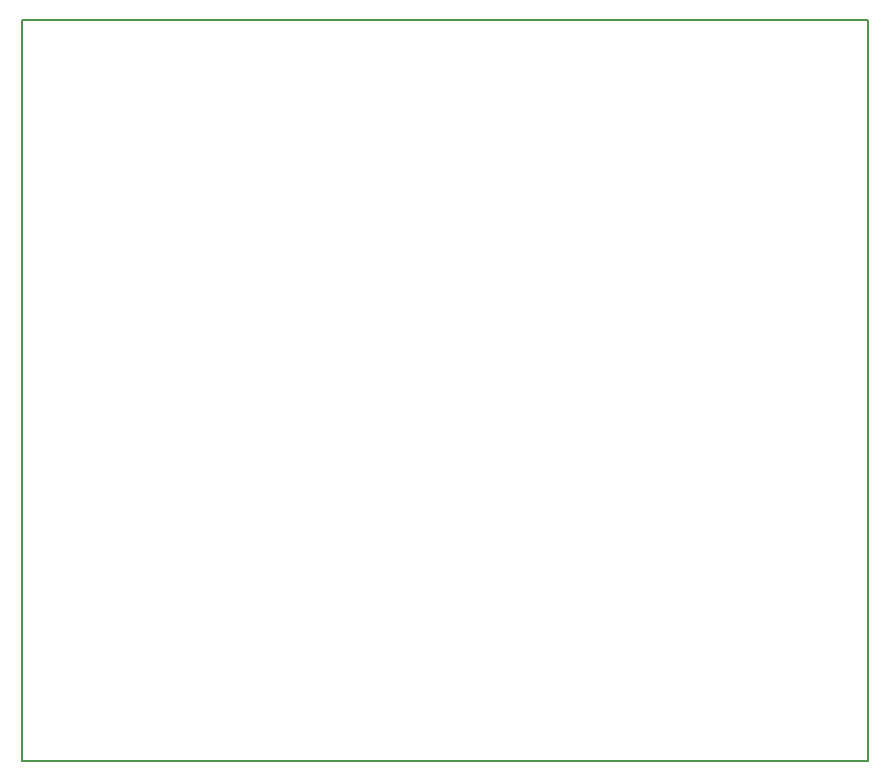
<source format=gm1>
G04 #@! TF.FileFunction,Profile,NP*
%FSLAX46Y46*%
G04 Gerber Fmt 4.6, Leading zero omitted, Abs format (unit mm)*
G04 Created by KiCad (PCBNEW 4.0.2+dfsg1-stable) date ven. 05 janv. 2018 23:18:11 CET*
%MOMM*%
G01*
G04 APERTURE LIST*
%ADD10C,0.100000*%
%ADD11C,0.150000*%
G04 APERTURE END LIST*
D10*
D11*
X92710000Y-133604000D02*
X92710000Y-70866000D01*
X164338000Y-133604000D02*
X92710000Y-133604000D01*
X164338000Y-133096000D02*
X164338000Y-133604000D01*
X164338000Y-70866000D02*
X164338000Y-133096000D01*
X92710000Y-70866000D02*
X164338000Y-70866000D01*
M02*

</source>
